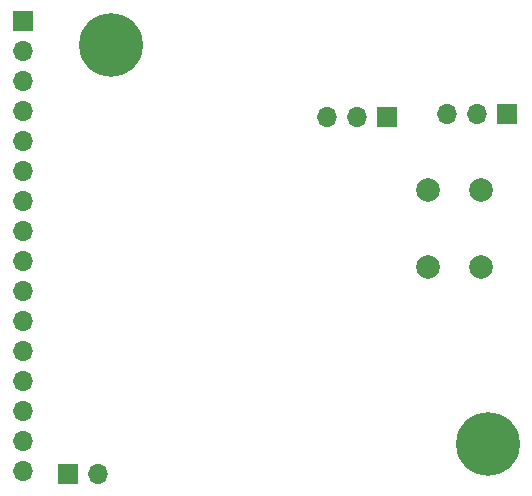
<source format=gbs>
G04 #@! TF.GenerationSoftware,KiCad,Pcbnew,(6.0.9)*
G04 #@! TF.CreationDate,2022-12-23T15:26:11+01:00*
G04 #@! TF.ProjectId,mainboard,6d61696e-626f-4617-9264-2e6b69636164,rev?*
G04 #@! TF.SameCoordinates,Original*
G04 #@! TF.FileFunction,Soldermask,Bot*
G04 #@! TF.FilePolarity,Negative*
%FSLAX46Y46*%
G04 Gerber Fmt 4.6, Leading zero omitted, Abs format (unit mm)*
G04 Created by KiCad (PCBNEW (6.0.9)) date 2022-12-23 15:26:11*
%MOMM*%
%LPD*%
G01*
G04 APERTURE LIST*
%ADD10C,2.000000*%
%ADD11C,5.400000*%
%ADD12R,1.700000X1.700000*%
%ADD13O,1.700000X1.700000*%
G04 APERTURE END LIST*
D10*
X144943000Y-40692000D03*
X144943000Y-47192000D03*
X149443000Y-40692000D03*
X149443000Y-47192000D03*
D11*
X118110000Y-28448000D03*
D12*
X114447000Y-64745000D03*
D13*
X116987000Y-64745000D03*
D12*
X151623000Y-34245000D03*
D13*
X149083000Y-34245000D03*
X146543000Y-34245000D03*
D11*
X149987000Y-62230000D03*
D12*
X110617000Y-26416000D03*
D13*
X110617000Y-28956000D03*
X110617000Y-31496000D03*
X110617000Y-34036000D03*
X110617000Y-36576000D03*
X110617000Y-39116000D03*
X110617000Y-41656000D03*
X110617000Y-44196000D03*
X110617000Y-46736000D03*
X110617000Y-49276000D03*
X110617000Y-51816000D03*
X110617000Y-54356000D03*
X110617000Y-56896000D03*
X110617000Y-59436000D03*
X110617000Y-61976000D03*
X110617000Y-64516000D03*
D12*
X141463000Y-34499000D03*
D13*
X138923000Y-34499000D03*
X136383000Y-34499000D03*
M02*

</source>
